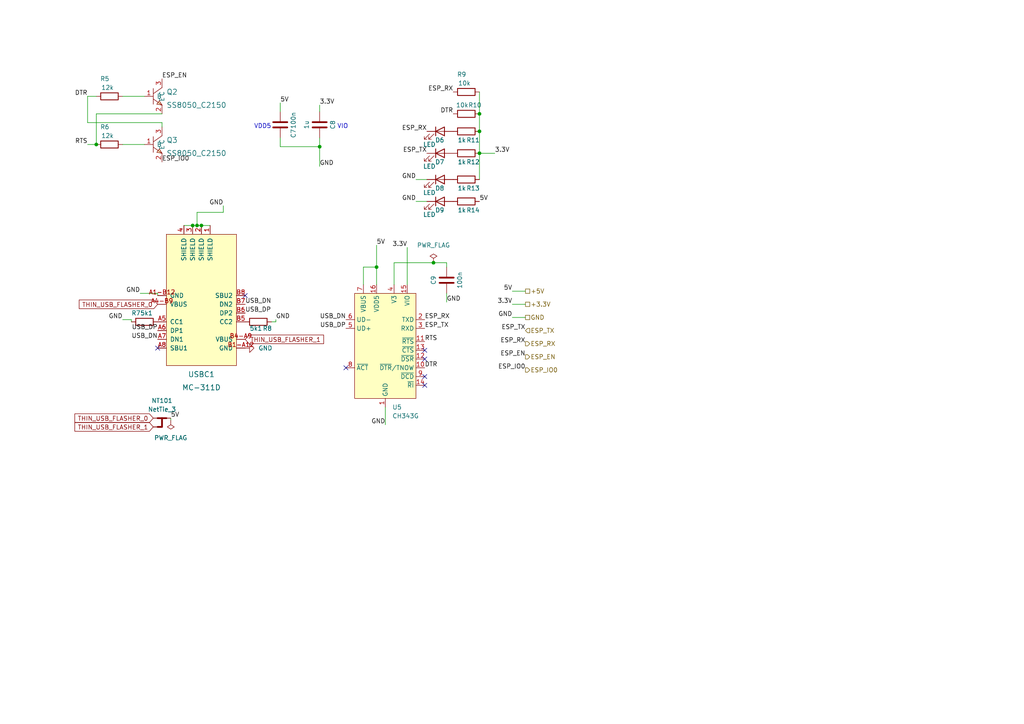
<source format=kicad_sch>
(kicad_sch (version 20230620) (generator eeschema)
  (paper "A4")
  (lib_symbols
    (symbol "Device:C" (pin_numbers hide) (pin_names (offset 0.254))
      (property "Reference" "C" (at 0.635 2.54 0))
      (property "Value" "C" (at 0.635 -2.54 0))
      (symbol "C_0_1"
        (polyline (pts (xy -2.032 -0.762) (xy 2.032 -0.762)) (stroke (width 0.508)))
        (polyline (pts (xy -2.032 0.762) (xy 2.032 0.762)) (stroke (width 0.508)))
      )
      (symbol "C_1_1"
        (pin passive line (at 0 3.81 270) (length 2.794) (name "~") (number "1"))
        (pin passive line (at 0 -3.81 90) (length 2.794) (name "~") (number "2"))
      )
    )
    (symbol "Device:LED" (pin_numbers hide) (pin_names (offset 1.016) hide)
      (property "Reference" "D" (at 0 2.54 0))
      (property "Value" "LED" (at 0 -2.54 0))
      (symbol "LED_0_1"
        (polyline (pts (xy -1.27 -1.27) (xy -1.27 1.27)) (stroke (width 0.254)))
        (polyline (pts (xy -1.27 0) (xy 1.27 0)))
        (polyline (pts (xy 1.27 -1.27) (xy 1.27 1.27) (xy -1.27 0) (xy 1.27 -1.27)) (stroke (width 0.254)))
        (polyline (pts (xy -3.048 -0.762) (xy -4.572 -2.286) (xy -3.81 -2.286) (xy -4.572 -2.286) (xy -4.572 -1.524)))
        (polyline (pts (xy -1.778 -0.762) (xy -3.302 -2.286) (xy -2.54 -2.286) (xy -3.302 -2.286) (xy -3.302 -1.524)))
      )
      (symbol "LED_1_1"
        (pin passive line (at -3.81 0 0) (length 2.54) (name "K") (number "1"))
        (pin passive line (at 3.81 0 180) (length 2.54) (name "A") (number "2"))
      )
    )
    (symbol "Device:NetTie_3" (pin_numbers hide) (pin_names (offset 0) hide) (in_bom no)
      (property "Reference" "NT" (at 0 1.27 0))
      (property "Value" "NetTie_3" (at 0 -3.81 0))
      (symbol "NetTie_3_0_1"
        (polyline (pts (xy -1.27 0) (xy 1.27 0)) (stroke (width 0.508)))
        (polyline (pts (xy 0 0) (xy 0 -2.54) (xy -1.27 -2.54)) (stroke (width 0.508)))
      )
      (symbol "NetTie_3_1_1"
        (pin passive line (at -2.54 0 0) (length 2.54) (name "1") (number "1"))
        (pin passive line (at 2.54 0 180) (length 2.54) (name "2") (number "2"))
        (pin passive line (at -2.54 -2.54 0) (length 2.54) (name "3") (number "3"))
      )
    )
    (symbol "Device:R" (pin_numbers hide) (pin_names (offset 0))
      (property "Reference" "R" (at 2.032 0 90))
      (property "Value" "R" (at 0 0 90))
      (symbol "R_0_1"
        (rectangle (start -1.016 -2.54) (end 1.016 2.54) (stroke (width 0.254)))
      )
      (symbol "R_1_1"
        (pin passive line (at 0 3.81 270) (length 1.27) (name "~") (number "1"))
        (pin passive line (at 0 -3.81 90) (length 1.27) (name "~") (number "2"))
      )
    )
    (symbol "SS8050:SS8050_C2150" (pin_names (offset 1.016))
      (property "Reference" "Q?" (at 0 10.16 0))
      (property "Value" "SS8050_C2150" (at 0 -10.16 0))
      (symbol "SS8050_C2150_1_1"
        (polyline (pts (xy -2.54 -0.762) (xy 0 -2.54)))
        (polyline (pts (xy -2.54 2.286) (xy -2.54 -2.286)))
        (polyline (pts (xy 0 2.54) (xy -2.54 0.762)))
        (polyline (pts (xy 0 -2.54) (xy -0.762 -1.27) (xy -1.524 -2.286) (xy 0 -2.54)) (fill (type background)))
        (pin unspecified line (at -5.08 0 0) (length 2.54) (name "B") (number "1"))
        (pin unspecified line (at 0 -5.08 90) (length 2.54) (name "E") (number "2"))
        (pin unspecified line (at 0 5.08 270) (length 2.54) (name "C") (number "3"))
      )
    )
    (symbol "power:GND" (power) (pin_names (offset 0))
      (property "Value" "GND" (at 0 -3.81 0))
      (symbol "GND_0_1"
        (polyline (pts (xy 0 0) (xy 0 -1.27) (xy 1.27 -1.27) (xy 0 -2.54) (xy -1.27 -1.27) (xy 0 -1.27)))
      )
      (symbol "GND_1_1"
        (pin power_in line (at 0 0 270) (length 0) hide (name "GND") (number "1"))
      )
    )
    (symbol "power:PWR_FLAG" (power) (pin_numbers hide) (pin_names (offset 0) hide)
      (property "Value" "PWR_FLAG" (at 0 3.81 0))
      (symbol "PWR_FLAG_0_0"
        (pin power_out line (at 0 0 90) (length 0) (name "pwr") (number "1"))
      )
      (symbol "PWR_FLAG_0_1"
        (polyline (pts (xy 0 0) (xy 0 1.27) (xy -1.016 1.905) (xy 0 2.54) (xy 1.016 1.905) (xy 0 1.27)))
      )
    )
    (symbol "usb_c_bobby:MC-311D" (pin_names (offset 1.016))
      (property "Reference" "USBC?" (at 0 24.13 0))
      (property "Value" "MC-311D" (at 0 -21.59 0))
      (symbol "MC-311D_1_1"
        (rectangle (start -10.16 16.51) (end 10.16 -21.59) (fill (type background)))
        (pin unspecified line (at 2.54 19.05 270) (length 2.54) (name "SHIELD") (number "1"))
        (pin unspecified line (at 0 19.05 270) (length 2.54) (name "SHIELD") (number "2"))
        (pin unspecified line (at -2.54 19.05 270) (length 2.54) (name "SHIELD") (number "3"))
        (pin unspecified line (at -5.08 19.05 270) (length 2.54) (name "SHIELD") (number "4"))
        (pin unspecified line (at -12.7 -1.27 0) (length 2.54) (name "GND") (number "A1-B12"))
        (pin unspecified line (at -12.7 -3.81 0) (length 2.54) (name "VBUS") (number "A4-B9"))
        (pin unspecified line (at -12.7 -8.89 0) (length 2.54) (name "CC1") (number "A5"))
        (pin unspecified line (at -12.7 -11.43 0) (length 2.54) (name "DP1") (number "A6"))
        (pin unspecified line (at -12.7 -13.97 0) (length 2.54) (name "DN1") (number "A7"))
        (pin unspecified line (at -12.7 -16.51 0) (length 2.54) (name "SBU1") (number "A8"))
        (pin unspecified line (at 12.7 -16.51 180) (length 2.54) (name "GND") (number "B1-A12"))
        (pin unspecified line (at 12.7 -13.97 180) (length 2.54) (name "VBUS") (number "B4-A9"))
        (pin unspecified line (at 12.7 -8.89 180) (length 2.54) (name "CC2") (number "B5"))
        (pin unspecified line (at 12.7 -6.35 180) (length 2.54) (name "DP2") (number "B6"))
        (pin unspecified line (at 12.7 -3.81 180) (length 2.54) (name "DN2") (number "B7"))
        (pin unspecified line (at 12.7 -1.27 180) (length 2.54) (name "SBU2") (number "B8"))
      )
    )
    (symbol "wch-usb-uart:CH343G"
      (property "Reference" "U" (at 6.35 -17.78 0))
      (property "Value" "CH343G" (at 6.35 -20.32 0))
      (symbol "CH343G_0_1"
        (rectangle (start -8.89 15.24) (end 8.89 -15.24) (stroke (width 0.1524)) (fill (type background)))
      )
      (symbol "CH343G_1_1"
        (pin passive line (at 0 -17.78 90) (length 2.54) (name "GND") (number "1"))
        (pin output line (at 11.43 -6.35 180) (length 2.54) (name "~{DTR}/TNOW") (number "10"))
        (pin output line (at 11.43 1.27 180) (length 2.54) (name "~{RTS}") (number "11"))
        (pin input line (at 11.43 -3.81 180) (length 2.54) (name "~{DSR}") (number "12"))
        (pin input line (at 11.43 -1.27 180) (length 2.54) (name "~{CTS}") (number "13"))
        (pin input line (at 11.43 -11.43 180) (length 2.54) (name "~{RI}") (number "14"))
        (pin power_in line (at 6.35 17.78 270) (length 2.54) (name "VIO") (number "15"))
        (pin power_in line (at -2.54 17.78 270) (length 2.54) (name "VDD5") (number "16"))
        (pin output line (at 11.43 7.62 180) (length 2.54) (name "TXD") (number "2"))
        (pin input line (at 11.43 5.08 180) (length 2.54) (name "RXD") (number "3"))
        (pin power_in line (at 2.54 17.78 270) (length 2.54) (name "V3") (number "4"))
        (pin bidirectional line (at -11.43 5.08 0) (length 2.54) (name "UD+") (number "5"))
        (pin bidirectional line (at -11.43 7.62 0) (length 2.54) (name "UD-") (number "6"))
        (pin input line (at -6.35 17.78 270) (length 2.54) (name "VBUS") (number "7"))
        (pin output line (at -11.43 -6.35 0) (length 2.54) (name "~{ACT}") (number "8"))
        (pin input line (at 11.43 -8.89 180) (length 2.54) (name "~{DCD}") (number "9"))
      )
    )
  )
  (junction (at 92.71 42.545))
  (junction (at 139.065 44.45))
  (junction (at 58.42 65.405))
  (junction (at 139.065 33.02))
  (junction (at 57.15 65.405))
  (junction (at 139.065 38.1))
  (junction (at 27.94 41.91))
  (junction (at 109.22 77.47))
  (junction (at 55.88 65.405))
  (junction (at 125.73 76.2))
  (no_connect (at 123.19 111.76))
  (no_connect (at 123.19 109.22))
  (no_connect (at 123.19 101.6))
  (no_connect (at 123.19 104.14))
  (no_connect (at 100.33 106.68))
  (no_connect (at 71.12 85.725))
  (no_connect (at 45.72 100.965))
  (wire (pts (xy 38.1 92.71) (xy 38.1 93.345)))
  (wire (pts (xy 114.3 76.2) (xy 125.73 76.2)))
  (wire (pts (xy 109.22 71.12) (xy 109.22 77.47)))
  (wire (pts (xy 25.4 27.94) (xy 25.4 35.56)))
  (wire (pts (xy 105.41 77.47) (xy 105.41 82.55)))
  (wire (pts (xy 148.59 88.265) (xy 152.4 88.265)))
  (wire (pts (xy 118.11 71.755) (xy 118.11 82.55)))
  (wire (pts (xy 81.28 29.845) (xy 81.28 32.385)))
  (wire (pts (xy 148.59 92.075) (xy 152.4 92.075)))
  (wire (pts (xy 35.56 41.91) (xy 41.91 41.91)))
  (wire (pts (xy 25.4 35.56) (xy 46.99 35.56)))
  (wire (pts (xy 92.71 30.48) (xy 92.71 32.385)))
  (wire (pts (xy 46.99 33.02) (xy 27.94 33.02)))
  (wire (pts (xy 35.56 92.71) (xy 38.1 92.71)))
  (wire (pts (xy 92.71 42.545) (xy 92.71 48.26)))
  (wire (pts (xy 45.72 85.09) (xy 45.72 85.725)))
  (wire (pts (xy 55.88 65.405) (xy 53.34 65.405)))
  (wire (pts (xy 129.54 76.2) (xy 129.54 77.47)))
  (wire (pts (xy 46.99 35.56) (xy 46.99 36.83)))
  (wire (pts (xy 120.65 52.07) (xy 123.825 52.07)))
  (wire (pts (xy 27.94 33.02) (xy 27.94 41.91)))
  (wire (pts (xy 49.53 121.285) (xy 49.53 121.92)))
  (wire (pts (xy 57.15 61.595) (xy 57.15 65.405)))
  (wire (pts (xy 148.59 84.455) (xy 152.4 84.455)))
  (wire (pts (xy 80.01 93.345) (xy 78.74 93.345)))
  (wire (pts (xy 129.54 85.09) (xy 129.54 87.63)))
  (wire (pts (xy 35.56 27.94) (xy 41.91 27.94)))
  (wire (pts (xy 57.15 65.405) (xy 55.88 65.405)))
  (wire (pts (xy 125.73 76.2) (xy 129.54 76.2)))
  (wire (pts (xy 58.42 65.405) (xy 60.96 65.405)))
  (wire (pts (xy 25.4 41.91) (xy 27.94 41.91)))
  (wire (pts (xy 81.28 42.545) (xy 92.71 42.545)))
  (wire (pts (xy 109.22 77.47) (xy 109.22 82.55)))
  (wire (pts (xy 120.65 58.42) (xy 123.825 58.42)))
  (wire (pts (xy 64.77 59.69) (xy 64.77 61.595)))
  (wire (pts (xy 25.4 27.94) (xy 27.94 27.94)))
  (wire (pts (xy 80.01 92.71) (xy 80.01 93.345)))
  (wire (pts (xy 139.065 26.67) (xy 139.065 33.02)))
  (wire (pts (xy 114.3 76.2) (xy 114.3 82.55)))
  (wire (pts (xy 109.22 77.47) (xy 105.41 77.47)))
  (wire (pts (xy 57.15 61.595) (xy 64.77 61.595)))
  (wire (pts (xy 139.065 44.45) (xy 139.065 52.07)))
  (wire (pts (xy 139.065 44.45) (xy 143.51 44.45)))
  (wire (pts (xy 139.065 33.02) (xy 139.065 38.1)))
  (wire (pts (xy 92.71 40.005) (xy 92.71 42.545)))
  (wire (pts (xy 111.76 118.11) (xy 111.76 123.19)))
  (wire (pts (xy 139.065 38.1) (xy 139.065 44.45)))
  (wire (pts (xy 81.28 40.005) (xy 81.28 42.545)))
  (wire (pts (xy 40.64 85.09) (xy 45.72 85.09)))
  (wire (pts (xy 57.15 65.405) (xy 58.42 65.405)))
  (text "VDD5" (at 73.66 37.465 0) (effects (font (size 1.27 1.27)) (justify left bottom)))
  (text "VIO" (at 97.79 37.465 0) (effects (font (size 1.27 1.27)) (justify left bottom)))
  (label "ESP_RX" (at 131.445 26.67 180))
  (label "ESP_TX" (at 123.825 44.45 180))
  (label "DTR" (at 123.19 106.68 0))
  (label "ESP_EN" (at 152.4 103.505 180))
  (label "ESP_TX" (at 123.19 95.25 0))
  (label "ESP_RX" (at 152.4 99.695 180))
  (label "ESP_RX" (at 123.825 38.1 180))
  (label "GND" (at 148.59 92.075 180))
  (label "GND" (at 40.64 85.09 180))
  (label "GND" (at 35.56 92.71 180))
  (label "ESP_RX" (at 123.19 92.71 0))
  (label "ESP_EN" (at 46.99 22.86 0))
  (label "USB_DP" (at 100.33 95.25 180))
  (label "GND" (at 120.65 58.42 180))
  (label "3.3V" (at 148.59 88.265 180))
  (label "5V" (at 139.065 58.42 0))
  (label "ESP_TX" (at 152.4 95.885 180))
  (label "RTS" (at 123.19 99.06 0))
  (label "5V" (at 49.53 121.285 0))
  (label "GND" (at 111.76 123.19 180))
  (label "DTR" (at 131.445 33.02 180))
  (label "GND" (at 129.54 87.63 0))
  (label "USB_DN" (at 71.12 88.265 0))
  (label "USB_DP" (at 45.72 95.885 180))
  (label "5V" (at 109.22 71.12 0))
  (label "RTS" (at 25.4 41.91 180))
  (label "ESP_IO0" (at 152.4 107.315 180))
  (label "ESP_IO0" (at 46.99 46.99 0))
  (label "3.3V" (at 118.11 71.755 180))
  (label "3.3V" (at 143.51 44.45 0))
  (label "5V" (at 148.59 84.455 180))
  (label "GND" (at 92.71 48.26 0))
  (label "5V" (at 81.28 29.845 0))
  (label "GND" (at 120.65 52.07 180))
  (label "USB_DP" (at 71.12 90.805 0))
  (label "3.3V" (at 92.71 30.48 0))
  (label "USB_DN" (at 100.33 92.71 180))
  (label "GND" (at 64.77 59.69 180))
  (label "USB_DN" (at 45.72 98.425 180))
  (label "GND" (at 80.01 92.71 0))
  (label "DTR" (at 25.4 27.94 180))
  (global_label "THIN_USB_FLASHER_0" (shape input) (at 45.72 88.265 180) (property "Intersheetrefs" "${INTERSHEET_REFS}" (effects hide)))
  (global_label "THIN_USB_FLASHER_1" (shape input) (at 71.12 98.425 0) (property "Intersheetrefs" "${INTERSHEET_REFS}" (effects hide)))
  (global_label "THIN_USB_FLASHER_1" (shape input) (at 44.45 123.825 180) (property "Intersheetrefs" "${INTERSHEET_REFS}" (effects hide)))
  (global_label "THIN_USB_FLASHER_0" (shape input) (at 44.45 121.285 180) (property "Intersheetrefs" "${INTERSHEET_REFS}" (effects hide)))
  (hierarchical_label "ESP_TX" (shape input) (at 152.4 95.885 0))
  (hierarchical_label "ESP_IO0" (shape output) (at 152.4 107.315 0))
  (hierarchical_label "ESP_RX" (shape output) (at 152.4 99.695 0))
  (hierarchical_label "ESP_EN" (shape output) (at 152.4 103.505 0))
  (hierarchical_label "+5V" (shape passive) (at 152.4 84.455 0))
  (hierarchical_label "+3.3V" (shape passive) (at 152.4 88.265 0))
  (hierarchical_label "GND" (shape passive) (at 152.4 92.075 0))
  (symbol (lib_id "Device:R") (at 135.255 44.45 270) (unit 1)
    (property "Reference" "R12" (at 135.255 46.99 90) (effects (justify left)))
    (property "Value" "1k" (at 132.715 46.99 90) (effects (justify left)))
    (property "Footprint" "Resistor_SMD:R_1206_3216Metric" (effects hide))
    (property "Description" "Resistor" (effects hide))
    (property "LCSC Part #" "C11702" (effects hide))
    (property "Field-1" "${DNP}" (effects hide))
    (property "Field-1" "${DNP}" (effects hide))
  )
  (symbol (lib_id "power:PWR_FLAG") (at 125.73 76.2 0) (unit 1)
    (property "Reference" "#FLG0103" (effects hide))
    (property "Value" "PWR_FLAG" (at 125.73 71.12 0))
    (property "Description" "Special symbol for telling ERC where power comes from" (effects hide))
  )
  (symbol (lib_id "Device:LED") (at 127.635 52.07 0) (unit 1)
    (property "Reference" "D8" (at 128.905 54.61 0) (effects (justify right)))
    (property "Value" "LED" (at 126.365 55.88 0) (effects (justify right)))
    (property "Footprint" "LED_SMD:LED_0603_1608Metric" (effects hide))
    (property "Description" "Light emitting diode" (effects hide))
    (property "LCSC Part #" "C2286" (effects hide))
    (property "Field-1" "${DNP}" (effects hide))
    (property "Field-1" "${DNP}" (effects hide))
  )
  (symbol (lib_id "Device:R") (at 135.255 26.67 90) (unit 1)
    (property "Reference" "R9" (at 135.255 21.59 90) (effects (justify left)))
    (property "Value" "10k" (at 136.525 24.13 90) (effects (justify left)))
    (property "Footprint" "Resistor_SMD:R_1206_3216Metric" (effects hide))
    (property "Description" "Resistor" (effects hide))
    (property "LCSC Part #" "C25744" (effects hide))
    (property "Field-1" "${DNP}" (effects hide))
    (property "Field-1" "${DNP}" (effects hide))
  )
  (symbol (lib_id "Device:LED") (at 127.635 58.42 0) (unit 1)
    (property "Reference" "D9" (at 128.905 60.96 0) (effects (justify right)))
    (property "Value" "LED" (at 126.365 62.23 0) (effects (justify right)))
    (property "Footprint" "LED_SMD:LED_0603_1608Metric" (effects hide))
    (property "Description" "Light emitting diode" (effects hide))
    (property "LCSC Part #" "C72043" (effects hide))
    (property "Field-1" "${DNP}" (effects hide))
    (property "Field-1" "${DNP}" (effects hide))
  )
  (symbol (lib_id "Device:LED") (at 127.635 44.45 0) (unit 1)
    (property "Reference" "D7" (at 128.905 46.99 0) (effects (justify right)))
    (property "Value" "LED" (at 126.365 48.26 0) (effects (justify right)))
    (property "Footprint" "LED_SMD:LED_0603_1608Metric" (effects hide))
    (property "Description" "Light emitting diode" (effects hide))
    (property "LCSC Part #" "C72041" (effects hide))
    (property "Field-1" "${DNP}" (effects hide))
    (property "Field-1" "${DNP}" (effects hide))
  )
  (symbol (lib_id "Device:R") (at 135.255 52.07 270) (unit 1)
    (property "Reference" "R13" (at 135.255 54.61 90) (effects (justify left)))
    (property "Value" "1k" (at 132.715 54.61 90) (effects (justify left)))
    (property "Footprint" "Resistor_SMD:R_1206_3216Metric" (effects hide))
    (property "Description" "Resistor" (effects hide))
    (property "LCSC Part #" "C11702" (effects hide))
    (property "Field-1" "${DNP}" (effects hide))
    (property "Field-1" "${DNP}" (effects hide))
  )
  (symbol (lib_id "Device:C") (at 92.71 36.195 180) (unit 1)
    (property "Reference" "C8" (at 96.52 36.195 90))
    (property "Value" "1u" (at 88.9 36.195 90))
    (property "Footprint" "Capacitor_SMD:C_1206_3216Metric" (effects hide))
    (property "Description" "Unpolarized capacitor" (effects hide))
    (property "LCSC Part #" "C15849" (effects hide))
    (property "Field-1" "${DNP}" (effects hide))
    (property "Field-1" "${DNP}" (effects hide))
  )
  (symbol (lib_id "Device:R") (at 135.255 33.02 90) (unit 1)
    (property "Reference" "R10" (at 139.7 30.48 90) (effects (justify left)))
    (property "Value" "10k" (at 135.89 30.48 90) (effects (justify left)))
    (property "Footprint" "Resistor_SMD:R_1206_3216Metric" (effects hide))
    (property "Description" "Resistor" (effects hide))
    (property "LCSC Part #" "C25744" (effects hide))
    (property "Field-1" "${DNP}" (effects hide))
    (property "Field-1" "${DNP}" (effects hide))
  )
  (symbol (lib_id "Device:R") (at 31.75 41.91 90) (unit 1)
    (property "Reference" "R6" (at 31.75 36.83 90) (effects (justify left)))
    (property "Value" "12k" (at 33.02 39.37 90) (effects (justify left)))
    (property "Footprint" "Resistor_SMD:R_1206_3216Metric" (effects hide))
    (property "Description" "Resistor" (effects hide))
    (property "LCSC Part #" "C25752" (effects hide))
    (property "Field-1" "${DNP}" (effects hide))
    (property "Field-1" "${DNP}" (effects hide))
  )
  (symbol (lib_id "Device:R") (at 31.75 27.94 90) (unit 1)
    (property "Reference" "R5" (at 31.75 22.86 90) (effects (justify left)))
    (property "Value" "12k" (at 33.02 25.4 90) (effects (justify left)))
    (property "Footprint" "Resistor_SMD:R_1206_3216Metric" (effects hide))
    (property "Description" "Resistor" (effects hide))
    (property "LCSC Part #" "C25752" (effects hide))
    (property "Field-1" "${DNP}" (effects hide))
    (property "Field-1" "${DNP}" (effects hide))
  )
  (symbol (lib_id "Device:R") (at 135.255 38.1 270) (unit 1)
    (property "Reference" "R11" (at 135.255 40.64 90) (effects (justify left)))
    (property "Value" "1k" (at 132.715 40.64 90) (effects (justify left)))
    (property "Footprint" "Resistor_SMD:R_1206_3216Metric" (effects hide))
    (property "Description" "Resistor" (effects hide))
    (property "LCSC Part #" "C11702" (effects hide))
    (property "Field-1" "${DNP}" (effects hide))
    (property "Field-1" "${DNP}" (effects hide))
  )
  (symbol (lib_id "Device:R") (at 41.91 93.345 270) (unit 1)
    (property "Reference" "R7" (at 38.1 90.805 90) (effects (justify left)))
    (property "Value" "5k1" (at 40.64 90.805 90) (effects (justify left)))
    (property "Footprint" "Resistor_SMD:R_1206_3216Metric" (effects hide))
    (property "Description" "Resistor" (effects hide))
    (property "LCSC Part #" "C25905" (effects hide))
    (property "Field-1" "${DNP}" (effects hide))
    (property "Field-1" "${DNP}" (effects hide))
  )
  (symbol (lib_id "SS8050:SS8050_C2150") (at 46.99 41.91 0) (unit 1)
    (property "Reference" "Q3" (at 48.26 40.64 0) (effects (font (size 1.524 1.524)) (justify left)))
    (property "Value" "SS8050_C2150" (at 48.26 44.45 0) (effects (font (size 1.524 1.524)) (justify left)))
    (property "Footprint" "Package_TO_SOT_SMD:TSOT-23" (effects hide))
    (property "Datasheet" "https://lcsc.com/product-detail/Transistors-NPN-PNP_SS8050-Y1-200-350_C2150.html" (effects hide))
    (property "Manufacturer" "CJ" (effects hide))
    (property "JLC Part" "Basic Part" (effects hide))
    (property "LCSC Part #" "C2150" (effects hide))
    (property "Field-1" "${DNP}" (effects hide))
    (property "Field-1" "${DNP}" (effects hide))
  )
  (symbol (lib_id "Device:LED") (at 127.635 38.1 0) (unit 1)
    (property "Reference" "D6" (at 128.905 40.64 0) (effects (justify right)))
    (property "Value" "LED" (at 126.365 41.91 0) (effects (justify right)))
    (property "Footprint" "LED_SMD:LED_0603_1608Metric" (effects hide))
    (property "Description" "Light emitting diode" (effects hide))
    (property "LCSC Part #" "C2290" (effects hide))
    (property "Field-1" "${DNP}" (effects hide))
    (property "Field-1" "${DNP}" (effects hide))
  )
  (symbol (lib_id "Device:C") (at 129.54 81.28 180) (unit 1)
    (property "Reference" "C9" (at 125.73 81.28 90))
    (property "Value" "100n" (at 133.35 81.28 90))
    (property "Footprint" "Capacitor_SMD:C_1206_3216Metric" (effects hide))
    (property "Description" "Unpolarized capacitor" (effects hide))
    (property "LCSC Part #" "C24497" (effects hide))
    (property "Field-1" "${DNP}" (effects hide))
    (property "Field-1" "${DNP}" (effects hide))
  )
  (symbol (lib_id "usb_c_bobby:MC-311D") (at 58.42 84.455 0) (unit 1)
    (property "Reference" "USBC1" (at 58.42 108.585 0) (effects (font (size 1.524 1.524))))
    (property "Value" "MC-311D" (at 58.42 112.395 0) (effects (font (size 1.524 1.524))))
    (property "Footprint" "usb_c:USB-C-SMD_MC-311D" (effects hide))
    (property "Datasheet" "https://lcsc.com/product-detail/USB-Type-C_MC-311D_C136423.html" (effects hide))
    (property "Manufacturer" "SOFNG" (effects hide))
    (property "JLC Part" "Extended Part" (effects hide))
    (property "LCSC Part #" "C136423" (effects hide))
    (property "Field-1" "${DNP}" (effects hide))
    (property "Field-1" "${DNP}" (effects hide))
  )
  (symbol (lib_id "power:PWR_FLAG") (at 49.53 121.92 180) (unit 1)
    (property "Reference" "#FLG0106" (effects hide))
    (property "Value" "PWR_FLAG" (at 49.53 127 0))
    (property "Description" "Special symbol for telling ERC where power comes from" (effects hide))
  )
  (symbol (lib_id "Device:R") (at 74.93 93.345 270) (unit 1)
    (property "Reference" "R8" (at 76.2 95.25 90) (effects (justify left)))
    (property "Value" "5k1" (at 72.39 95.25 90) (effects (justify left)))
    (property "Footprint" "Resistor_SMD:R_1206_3216Metric" (effects hide))
    (property "Description" "Resistor" (effects hide))
    (property "LCSC Part #" "C25905" (effects hide))
    (property "Field-1" "${DNP}" (effects hide))
    (property "Field-1" "${DNP}" (effects hide))
  )
  (symbol (lib_id "SS8050:SS8050_C2150") (at 46.99 27.94 0) (unit 1)
    (property "Reference" "Q2" (at 48.26 26.67 0) (effects (font (size 1.524 1.524)) (justify left)))
    (property "Value" "SS8050_C2150" (at 48.26 30.48 0) (effects (font (size 1.524 1.524)) (justify left)))
    (property "Footprint" "Package_TO_SOT_SMD:TSOT-23" (effects hide))
    (property "Datasheet" "https://lcsc.com/product-detail/Transistors-NPN-PNP_SS8050-Y1-200-350_C2150.html" (effects hide))
    (property "Manufacturer" "CJ" (effects hide))
    (property "JLC Part" "Basic Part" (effects hide))
    (property "LCSC Part #" "C2150" (effects hide))
    (property "Field-1" "${DNP}" (effects hide))
    (property "Field-1" "${DNP}" (effects hide))
  )
  (symbol (lib_id "wch-usb-uart:CH343G") (at 111.76 100.33 0) (unit 1)
    (property "Reference" "U5" (at 113.7794 118.11 0) (effects (justify left)))
    (property "Value" "CH343G" (at 113.7794 120.65 0) (effects (justify left)))
    (property "Footprint" "Package_SO:SOIC-16_3.9x9.9mm_P1.27mm" (effects hide))
    (property "Datasheet" "http://www.wch.cn/downloads/file/307.html" (effects hide))
    (property "LCSC Part #" "C2844153" (effects hide))
    (property "Field-1" "${DNP}" (effects hide))
    (property "Field-1" "${DNP}" (effects hide))
  )
  (symbol (lib_id "Device:R") (at 135.255 58.42 270) (unit 1)
    (property "Reference" "R14" (at 135.255 60.96 90) (effects (justify left)))
    (property "Value" "1k" (at 132.715 60.96 90) (effects (justify left)))
    (property "Footprint" "Resistor_SMD:R_1206_3216Metric" (effects hide))
    (property "Description" "Resistor" (effects hide))
    (property "LCSC Part #" "C11702" (effects hide))
    (property "Field-1" "${DNP}" (effects hide))
    (property "Field-1" "${DNP}" (effects hide))
  )
  (symbol (lib_id "power:GND") (at 71.12 100.965 90) (unit 1)
    (property "Reference" "#PWR035" (effects hide))
    (property "Value" "GND" (at 74.93 100.9649 90) (effects (justify right)))
    (property "Description" "Power symbol creates a global label with name \"GND\" , ground" (effects hide))
  )
  (symbol (lib_id "Device:NetTie_3") (at 46.99 121.285 0) (unit 1) (in_bom no)
    (property "Reference" "NT101" (at 46.99 116.205 0))
    (property "Value" "NetTie_3" (at 46.99 118.745 0))
    (property "Footprint" "NetTie:NetTie-3_SMD_Pad0.5mm" (effects hide))
    (property "Description" "Net tie, 3 pins" (effects hide))
    (property "Field-1" "${DNP}" (effects hide))
    (property "Field-1" "${DNP}" (effects hide))
  )
  (symbol (lib_id "Device:C") (at 81.28 36.195 180) (unit 1)
    (property "Reference" "C7" (at 85.09 38.735 90))
    (property "Value" "100n" (at 85.09 34.925 90))
    (property "Footprint" "Capacitor_SMD:C_1206_3216Metric" (effects hide))
    (property "Description" "Unpolarized capacitor" (effects hide))
    (property "LCSC Part #" "C24497" (effects hide))
    (property "Field-1" "${DNP}" (effects hide))
    (property "Field-1" "${DNP}" (effects hide))
  )
)
</source>
